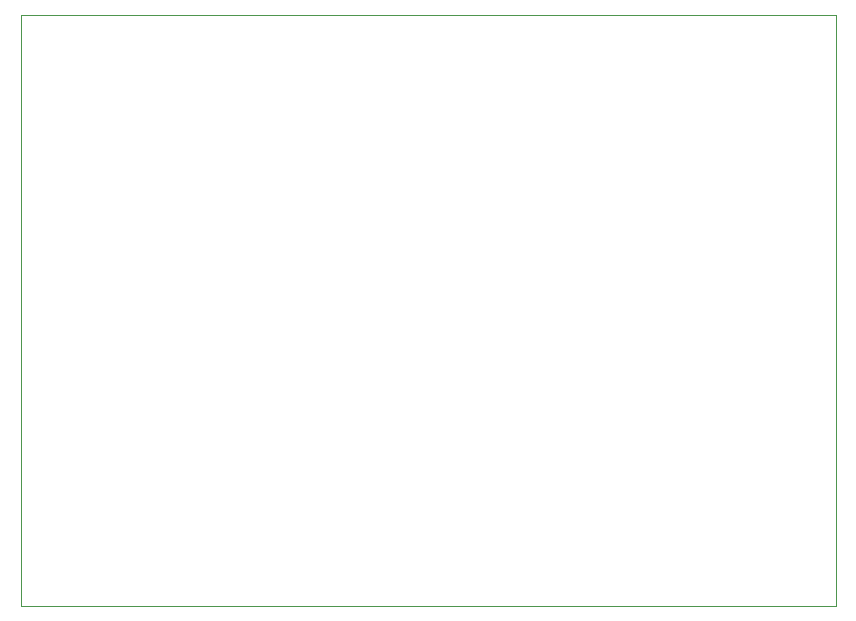
<source format=gbr>
%TF.GenerationSoftware,KiCad,Pcbnew,9.0.1*%
%TF.CreationDate,2025-04-21T17:26:17+02:00*%
%TF.ProjectId,TIP3055VariablePowerSupply,54495033-3035-4355-9661-726961626c65,rev?*%
%TF.SameCoordinates,Original*%
%TF.FileFunction,Profile,NP*%
%FSLAX46Y46*%
G04 Gerber Fmt 4.6, Leading zero omitted, Abs format (unit mm)*
G04 Created by KiCad (PCBNEW 9.0.1) date 2025-04-21 17:26:17*
%MOMM*%
%LPD*%
G01*
G04 APERTURE LIST*
%TA.AperFunction,Profile*%
%ADD10C,0.050000*%
%TD*%
G04 APERTURE END LIST*
D10*
X106000000Y-112000000D02*
X106000000Y-62000000D01*
X175000000Y-112000000D02*
X106000000Y-112000000D01*
X175000000Y-62000000D02*
X175000000Y-112000000D01*
X106000000Y-62000000D02*
X175000000Y-62000000D01*
M02*

</source>
